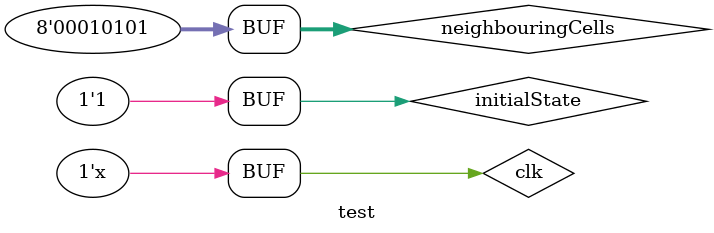
<source format=sv>
module test;
  reg clk,initialState;
  reg [7:0]neighbouringCells;
  wire out;
    
  initial begin
    clk = 0;
    initialState = 1;
    neighbouringCells = 0;
    
    $dumpfile("dump.vcd"); 
    $dumpvars;
    
    #2 neighbouringCells = 8'b11;
    #2 neighbouringCells = 8'b10;
    #2 neighbouringCells = 8'b10101;
  end
  Cell cell1(out, clk, neighbouringCells, 1);

  always #1 clk = ~clk;
endmodule

</source>
